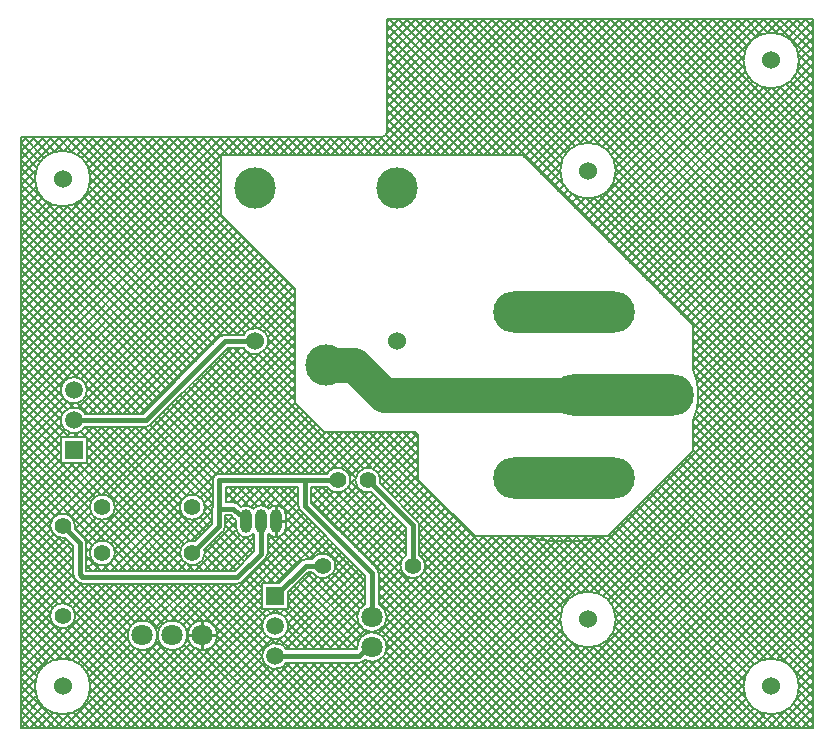
<source format=gbr>
%TF.GenerationSoftware,Altium Limited,Altium Designer,21.8.1 (53)*%
G04 Layer_Physical_Order=2*
G04 Layer_Color=16711680*
%FSLAX43Y43*%
%MOMM*%
%TF.SameCoordinates,5F523219-7FD1-4E24-926C-018E4D8E6641*%
%TF.FilePolarity,Positive*%
%TF.FileFunction,Copper,L2,Bot,Signal*%
%TF.Part,Single*%
G01*
G75*
%TA.AperFunction,NonConductor*%
%ADD10C,0.203*%
%TA.AperFunction,Conductor*%
%ADD11C,3.000*%
%ADD12C,0.400*%
%TA.AperFunction,ComponentPad*%
%ADD13O,1.000X2.000*%
%ADD14O,1.000X2.000*%
%ADD15C,3.500*%
%ADD16C,1.524*%
%ADD17O,12.000X3.500*%
%ADD18C,1.400*%
%ADD19C,1.416*%
%ADD20R,1.500X1.500*%
%ADD21C,1.500*%
%TA.AperFunction,ViaPad*%
%ADD22C,1.524*%
%TA.AperFunction,ComponentPad*%
%ADD23C,1.800*%
%TA.AperFunction,NonConductor*%
%ADD24C,0.254*%
D10*
X66356Y57000D02*
G03*
X66356Y57000I-2356J0D01*
G01*
D02*
G03*
X66356Y57000I-2356J0D01*
G01*
X57350Y26437D02*
G03*
X57838Y28670I-4868J2233D01*
G01*
D02*
G03*
X57350Y30903I-5356J0D01*
G01*
X50838Y47670D02*
G03*
X50838Y47670I-2356J0D01*
G01*
D02*
G03*
X50838Y47670I-2356J0D01*
G01*
X31000Y50517D02*
G03*
X31483Y51000I0J483D01*
G01*
X31000Y50517D02*
G03*
X31483Y51000I0J483D01*
G01*
X34211Y17653D02*
G03*
X34048Y18046I-556J0D01*
G01*
X34211Y17653D02*
G03*
X34048Y18046I-556J0D01*
G01*
X30909Y21463D02*
G03*
X30093Y20429I-1064J0D01*
G01*
X30879Y21215D02*
G03*
X30909Y21463I-1034J248D01*
G01*
X26398Y20907D02*
G03*
X28369Y21463I907J556D01*
G01*
D02*
G03*
X26398Y22019I-1064J0D01*
G01*
X23955Y19304D02*
G03*
X24118Y18911I556J0D01*
G01*
X23955Y19304D02*
G03*
X24118Y18911I556J0D01*
G01*
X47482Y16314D02*
G03*
X49477Y16700I0J5356D01*
G01*
X66356Y4000D02*
G03*
X66356Y4000I-2356J0D01*
G01*
D02*
G03*
X66356Y4000I-2356J0D01*
G01*
X50838Y9670D02*
G03*
X50838Y9670I-2356J0D01*
G01*
D02*
G03*
X50838Y9670I-2356J0D01*
G01*
X43487Y16700D02*
G03*
X45482Y16314I1995J4970D01*
G01*
X34711Y14224D02*
G03*
X34211Y15122I-1056J0D01*
G01*
X33099D02*
G03*
X34711Y14224I556J-898D01*
G01*
X30750Y13621D02*
G03*
X30587Y14014I-556J0D01*
G01*
X30750Y13621D02*
G03*
X30587Y14014I-556J0D01*
G01*
X24567Y14780D02*
G03*
X24174Y14617I0J-556D01*
G01*
X24567Y14780D02*
G03*
X24174Y14617I0J-556D01*
G01*
X27091Y14224D02*
G03*
X25137Y14780I-1056J0D01*
G01*
Y13668D02*
G03*
X27091Y14224I898J556D01*
G01*
X31450Y7334D02*
G03*
X28948Y7178I-1256J0D01*
G01*
X31450Y9874D02*
G03*
X30750Y11000I-1256J0D01*
G01*
X29580Y6239D02*
G03*
X31450Y7334I614J1095D01*
G01*
X29638Y11000D02*
G03*
X31450Y9874I556J-1126D01*
G01*
X29133Y6021D02*
G03*
X29526Y6184I0J556D01*
G01*
X29133Y6021D02*
G03*
X29526Y6184I0J556D01*
G01*
X21407Y33242D02*
G03*
X19319Y33798I-1118J0D01*
G01*
X17748D02*
G03*
X17355Y33635I0J-556D01*
G01*
X17748Y33798D02*
G03*
X17355Y33635I0J-556D01*
G01*
X19319Y32686D02*
G03*
X21407Y33242I970J556D01*
G01*
X18855Y19443D02*
G03*
X18462Y19606I-393J-393D01*
G01*
X18855Y19443D02*
G03*
X18462Y19606I-393J-393D01*
G01*
X21431Y19059D02*
G03*
X20161Y19059I-635J-573D01*
G01*
X22922Y18486D02*
G03*
X21431Y19059I-856J0D01*
G01*
X20161D02*
G03*
X19081Y19217I-635J-573D01*
G01*
X18518Y18208D02*
G03*
X18670Y18100I393J393D01*
G01*
X18518Y18208D02*
G03*
X18670Y18100I393J393D01*
G01*
X6356Y47000D02*
G03*
X6356Y47000I-2356J0D01*
G01*
D02*
G03*
X6356Y47000I-2356J0D01*
G01*
X6059Y29083D02*
G03*
X6059Y29083I-1106J0D01*
G01*
X11049Y25987D02*
G03*
X11442Y26150I0J556D01*
G01*
X11049Y25987D02*
G03*
X11442Y26150I0J556D01*
G01*
X17250Y22019D02*
G03*
X16694Y21463I0J-556D01*
G01*
X17250Y22019D02*
G03*
X16694Y21463I0J-556D01*
G01*
Y19216D02*
G03*
X16669Y19050I530J-166D01*
G01*
X16694Y19216D02*
G03*
X16669Y19050I530J-166D01*
G01*
X16694Y19216D02*
G03*
X16669Y19050I530J-166D01*
G01*
X8422Y19177D02*
G03*
X8422Y19177I-1056J0D01*
G01*
X16042D02*
G03*
X16042Y19177I-1056J0D01*
G01*
X5909Y27099D02*
G03*
X5909Y25987I-956J-556D01*
G01*
X21431Y16913D02*
G03*
X22922Y17486I635J573D01*
G01*
X21352Y16835D02*
G03*
X21431Y16913I-556J651D01*
G01*
X21189Y14853D02*
G03*
X21352Y15246I-393J393D01*
G01*
X21189Y14853D02*
G03*
X21352Y15246I-393J393D01*
G01*
X18670Y17486D02*
G03*
X20161Y16913I856J0D01*
G01*
X17617Y17157D02*
G03*
X17780Y17550I-393J393D01*
G01*
X17617Y17157D02*
G03*
X17780Y17550I-393J393D01*
G01*
X20161Y16913D02*
G03*
X20240Y16835I635J573D01*
G01*
X18800Y12694D02*
G03*
X19193Y12857I0J556D01*
G01*
X18800Y12694D02*
G03*
X19193Y12857I0J556D01*
G01*
X16042Y15311D02*
G03*
X16014Y15553I-1056J0D01*
G01*
X15228Y16339D02*
G03*
X16042Y15311I-242J-1028D01*
G01*
X23106Y9117D02*
G03*
X23106Y9117I-1106J0D01*
G01*
X22956Y7133D02*
G03*
X22956Y6021I-956J-556D01*
G01*
X17099Y8334D02*
G03*
X17099Y8334I-1256J0D01*
G01*
X8422Y15311D02*
G03*
X8422Y15311I-1056J0D01*
G01*
X6006Y16160D02*
G03*
X5843Y16553I-556J0D01*
G01*
X6006Y16160D02*
G03*
X5843Y16553I-556J0D01*
G01*
X5291Y12857D02*
G03*
X5684Y12694I393J393D01*
G01*
X5291Y12857D02*
G03*
X5684Y12694I393J393D01*
G01*
X5028Y17368D02*
G03*
X5056Y17610I-1028J242D01*
G01*
D02*
G03*
X4242Y16582I-1056J0D01*
G01*
X4894Y13484D02*
G03*
X5057Y13091I556J0D01*
G01*
X4894Y13484D02*
G03*
X5057Y13091I556J0D01*
G01*
X14559Y8334D02*
G03*
X14559Y8334I-1256J0D01*
G01*
X12019D02*
G03*
X12019Y8334I-1256J0D01*
G01*
X5056Y9990D02*
G03*
X5056Y9990I-1056J0D01*
G01*
X6356Y4000D02*
G03*
X6356Y4000I-2356J0D01*
G01*
D02*
G03*
X6356Y4000I-2356J0D01*
G01*
X66133Y60517D02*
X67517Y59133D01*
X66851Y60517D02*
X67517Y59851D01*
X65377Y58911D02*
X66983Y60517D01*
X64357Y59328D02*
X65546Y60517D01*
X64917Y59170D02*
X66265Y60517D01*
X66055Y58152D02*
X67517Y59615D01*
X65755Y58571D02*
X67517Y60333D01*
X66266Y57645D02*
X67517Y58896D01*
X65414Y60517D02*
X67517Y58414D01*
X64696Y60517D02*
X67517Y57696D01*
X61104Y60517D02*
X62674Y58947D01*
X60385Y60517D02*
X62286Y58616D01*
X59667Y60517D02*
X61977Y58207D01*
X58948Y60517D02*
X61754Y57711D01*
X58230Y60517D02*
X61647Y57101D01*
X63638Y59328D02*
X64828Y60517D01*
X63259D02*
X64467Y59309D01*
X62540Y60517D02*
X63719Y59339D01*
X61822Y60517D02*
X63145Y59195D01*
X56075Y60517D02*
X67517Y49075D01*
X56793Y60517D02*
X67517Y49793D01*
X55356Y60517D02*
X67517Y48356D01*
X54638Y60517D02*
X67517Y47638D01*
X53919Y60517D02*
X67517Y46919D01*
X53201Y60517D02*
X67517Y46201D01*
X66190Y56132D02*
X67517Y57459D01*
X52483Y60517D02*
X67517Y45483D01*
X51764Y60517D02*
X67517Y44764D01*
X51046Y60517D02*
X67517Y44046D01*
X63977Y60517D02*
X67517Y56977D01*
X57511Y60517D02*
X61761Y56268D01*
X50821Y47948D02*
X63391Y60517D01*
X50678Y48523D02*
X62673Y60517D01*
X50790Y47198D02*
X64110Y60517D01*
X66356Y57016D02*
X67517Y58178D01*
X66309Y57467D02*
X67517Y56259D01*
X49196Y49915D02*
X59799Y60517D01*
X48586Y50023D02*
X59081Y60517D01*
X47756Y49911D02*
X58362Y60517D01*
X43461Y48489D02*
X55488Y60517D01*
X43820Y48130D02*
X56207Y60517D01*
X50100Y49382D02*
X61236Y60517D01*
X49691Y49691D02*
X60517Y60517D01*
X50431Y48994D02*
X61954Y60517D01*
X31483D02*
X67517D01*
X49691Y49691D02*
X60517Y60517D01*
X39661Y49000D02*
X51178Y60517D01*
X38942Y49000D02*
X50459Y60517D01*
X40379Y49000D02*
X51896Y60517D01*
X38833D02*
X49614Y49736D01*
X38224Y49000D02*
X49741Y60517D01*
X42534Y49000D02*
X54052Y60517D01*
X43101Y48849D02*
X54770Y60517D01*
X41097Y49000D02*
X52615Y60517D01*
X41816Y49000D02*
X53333Y60517D01*
X44580D02*
X67517Y37580D01*
X45298Y60517D02*
X67517Y38298D01*
X43861Y60517D02*
X67517Y36861D01*
X43143Y60517D02*
X67517Y36143D01*
X42425Y60517D02*
X67517Y35425D01*
X40988Y60517D02*
X67517Y33988D01*
X41706Y60517D02*
X67517Y34706D01*
X40269Y60517D02*
X67517Y33269D01*
X39551Y60517D02*
X67517Y32551D01*
X31648Y60517D02*
X67517Y24648D01*
X49609Y60517D02*
X67517Y42609D01*
X50327Y60517D02*
X67517Y43327D01*
X48890Y60517D02*
X67517Y41890D01*
X44179Y47771D02*
X56925Y60517D01*
X44538Y47412D02*
X57644Y60517D01*
X48172D02*
X67517Y41172D01*
X47454Y60517D02*
X67517Y40454D01*
X46735Y60517D02*
X67517Y39735D01*
X46017Y60517D02*
X67517Y39017D01*
X57350Y32924D02*
X67517Y43091D01*
X57350Y33642D02*
X67517Y43810D01*
X57350Y32205D02*
X67517Y42373D01*
X57111Y34839D02*
X67517Y45246D01*
X57350Y34361D02*
X67517Y44528D01*
X57734Y29716D02*
X67517Y39499D01*
X57588Y30288D02*
X67517Y40217D01*
X57822Y29085D02*
X67517Y38781D01*
X57350Y31487D02*
X67517Y41654D01*
X57391Y30810D02*
X67517Y40936D01*
X66195Y56145D02*
X67517Y54822D01*
X66339Y56719D02*
X67517Y55540D01*
X65947Y55674D02*
X67517Y54104D01*
X65616Y55286D02*
X67517Y53385D01*
X65207Y54977D02*
X67517Y52667D01*
X64711Y54754D02*
X67517Y51948D01*
X64101Y54647D02*
X67517Y51230D01*
X63268Y54761D02*
X67517Y50511D01*
X57350Y30903D02*
Y34600D01*
Y31942D02*
X67517Y21775D01*
X57350Y32660D02*
X67517Y22493D01*
X57350Y31224D02*
X67517Y21056D01*
X57350Y34097D02*
X67517Y23930D01*
X57350Y33379D02*
X67517Y23211D01*
X57837Y28581D02*
X67517Y18901D01*
X57795Y29341D02*
X67517Y19619D01*
X57784Y27916D02*
X67517Y18183D01*
X57597Y30259D02*
X67517Y20338D01*
X57664Y27317D02*
X67517Y17464D01*
X57718Y27544D02*
X67517Y37344D01*
X57829Y28374D02*
X67517Y38062D01*
X57367Y26475D02*
X67517Y36625D01*
X57350Y25739D02*
X67517Y35907D01*
X57350Y25021D02*
X67517Y35188D01*
X57350Y23900D02*
Y26437D01*
Y24303D02*
X67517Y34470D01*
X51722Y40228D02*
X67517Y56023D01*
X51363Y40587D02*
X67517Y56741D01*
X52082Y39868D02*
X67517Y55304D01*
X50645Y41305D02*
X63984Y54644D01*
X51004Y40946D02*
X64868Y54810D01*
X53518Y38432D02*
X67517Y52431D01*
X53159Y38791D02*
X67517Y53149D01*
X53878Y38072D02*
X67517Y51712D01*
X52441Y39509D02*
X67517Y54586D01*
X52800Y39150D02*
X67517Y53867D01*
X49208Y42742D02*
X62089Y55623D01*
X48849Y43101D02*
X61830Y56083D01*
X49567Y42383D02*
X62429Y55245D01*
X48130Y43820D02*
X61672Y57362D01*
X48489Y43461D02*
X61672Y56643D01*
X49926Y42024D02*
X62848Y54945D01*
X50286Y41664D02*
X63355Y54734D01*
X50776Y47137D02*
X67517Y30396D01*
X50834Y47797D02*
X67517Y31114D01*
X50585Y46609D02*
X67517Y29677D01*
X50548Y48802D02*
X67517Y31833D01*
X50302Y46174D02*
X67517Y28959D01*
X49496Y45544D02*
X67517Y27522D01*
X49939Y45819D02*
X67517Y28240D01*
X48958Y45363D02*
X67517Y26804D01*
X48279Y45323D02*
X67517Y26085D01*
X47172Y45713D02*
X67517Y25367D01*
X54955Y36995D02*
X67517Y49557D01*
X54596Y37354D02*
X67517Y50275D01*
X55314Y36636D02*
X67517Y48838D01*
X54237Y37713D02*
X67517Y50994D01*
X42950Y49000D02*
X57350Y34600D01*
X56392Y35558D02*
X67517Y46683D01*
X56751Y35199D02*
X67517Y45965D01*
X55674Y36276D02*
X67517Y48120D01*
X56033Y35917D02*
X67517Y47402D01*
X31758Y49000D02*
X43275Y60517D01*
X31483Y51598D02*
X40402Y60517D01*
X32476Y49000D02*
X43994Y60517D01*
X31483Y53035D02*
X38965Y60517D01*
X31483Y52317D02*
X39683Y60517D01*
X38114D02*
X48609Y50022D01*
X37396Y60517D02*
X47949Y49964D01*
X36677Y60517D02*
X47421Y49773D01*
X35959Y60517D02*
X46986Y49490D01*
X35240Y60517D02*
X46631Y49127D01*
X31483Y54472D02*
X37528Y60517D01*
X31483Y58064D02*
X33936Y60517D01*
X31483Y53754D02*
X38246Y60517D01*
X31483Y60219D02*
X31781Y60517D01*
X31483Y51000D02*
Y60517D01*
Y52780D02*
X35263Y49000D01*
X31483Y52062D02*
X34545Y49000D01*
X31483Y54217D02*
X36700Y49000D01*
X31483Y53499D02*
X35981Y49000D01*
X35350D02*
X46867Y60517D01*
X34632Y49000D02*
X46149Y60517D01*
X34522D02*
X46356Y48684D01*
X33804Y60517D02*
X46175Y48146D01*
X32367Y60517D02*
X46525Y46360D01*
X37505Y49000D02*
X49023Y60517D01*
X44897Y47053D02*
X46241Y48396D01*
X45616Y46334D02*
X46237Y46956D01*
X36068Y49000D02*
X47586Y60517D01*
X36787Y49000D02*
X48304Y60517D01*
X33913Y49000D02*
X45431Y60517D01*
X33195Y49000D02*
X44712Y60517D01*
X33085D02*
X46135Y47467D01*
X31483Y57091D02*
X39574Y49000D01*
X31483Y56373D02*
X38855Y49000D01*
X31483Y51344D02*
X33826Y49000D01*
X45257Y46693D02*
X46129Y47566D01*
X31483Y55654D02*
X38137Y49000D01*
X31483Y54936D02*
X37418Y49000D01*
X31483Y56627D02*
X35373Y60517D01*
X31483Y57346D02*
X34654Y60517D01*
X31483Y55909D02*
X36091Y60517D01*
X31483Y59501D02*
X32499Y60517D01*
X31483Y58783D02*
X33217Y60517D01*
X31462Y50859D02*
X41120Y60517D01*
X31483Y55190D02*
X36810Y60517D01*
X29435Y50517D02*
X30953Y49000D01*
X27280Y50517D02*
X28797Y49000D01*
X26729D02*
X28246Y50517D01*
X27447Y49000D02*
X28965Y50517D01*
X26011Y49000D02*
X27528Y50517D01*
X26561D02*
X28079Y49000D01*
X28717Y50517D02*
X30234Y49000D01*
X28884D02*
X30402Y50517D01*
X27998D02*
X29516Y49000D01*
X28166D02*
X29683Y50517D01*
X31483Y59965D02*
X42447Y49000D01*
X31483Y59246D02*
X41729Y49000D01*
X31483Y58528D02*
X41010Y49000D01*
X30321D02*
X41838Y60517D01*
X31039Y49000D02*
X42557Y60517D01*
X31391Y50717D02*
X33108Y49000D01*
X30872Y50517D02*
X32389Y49000D01*
X31483Y57809D02*
X40292Y49000D01*
X29603D02*
X31141Y50538D01*
X30154Y50517D02*
X31671Y49000D01*
X23855D02*
X25373Y50517D01*
X23688D02*
X25205Y49000D01*
X24406Y50517D02*
X25924Y49000D01*
X22969Y50517D02*
X24487Y49000D01*
X23137D02*
X24654Y50517D01*
X25292Y49000D02*
X26809Y50517D01*
X25843D02*
X27360Y49000D01*
X24574D02*
X26091Y50517D01*
X25125D02*
X26642Y49000D01*
X46693Y45257D02*
X47158Y45721D01*
X46334Y45616D02*
X46770Y46052D01*
X47053Y44897D02*
X47629Y45474D01*
X45975Y45975D02*
X46461Y46461D01*
X45975Y45975D02*
X46461Y46461D01*
X47771Y44179D02*
X48954Y45362D01*
X47412Y44538D02*
X48204Y45331D01*
X34100Y21500D02*
Y25300D01*
X30695Y25550D02*
X34100Y22145D01*
X30904Y21564D02*
X34100Y24761D01*
X32850Y25550D02*
X34100Y24300D01*
X33568Y25550D02*
X34100Y25018D01*
X30318Y22416D02*
X33453Y25550D01*
X29701Y22517D02*
X32734Y25550D01*
X28301Y21835D02*
X32016Y25550D01*
X33900Y25500D02*
X34100Y25300D01*
X32132Y25550D02*
X34100Y23582D01*
X31413Y25550D02*
X34100Y22863D01*
X30707Y22086D02*
X34011Y25389D01*
X33231Y18863D02*
X34984Y20616D01*
X32872Y19222D02*
X34625Y20975D01*
X33590Y18503D02*
X35343Y20257D01*
X32153Y19940D02*
X34100Y21887D01*
X32513Y19581D02*
X34266Y21334D01*
X34210Y17686D02*
X36062Y19538D01*
X34211Y16968D02*
X36421Y19179D01*
X33950Y18144D02*
X35703Y19897D01*
X31435Y20659D02*
X34100Y23324D01*
X31076Y21018D02*
X34100Y24042D01*
X31794Y20299D02*
X34100Y22605D01*
X28316Y21131D02*
X28791Y21607D01*
X30879Y21215D02*
X34048Y18046D01*
X30093Y20429D02*
X33099Y17423D01*
X30073Y20424D02*
X33099Y17398D01*
X27103Y25550D02*
X30180Y22472D01*
X26384Y25550D02*
X29474Y22460D01*
X26329Y22019D02*
X29861Y25550D01*
X24892Y22019D02*
X28424Y25550D01*
X25611Y22019D02*
X29142Y25550D01*
X28008Y22261D02*
X31297Y25550D01*
X27531Y22502D02*
X30579Y25550D01*
X26150D02*
X33900D01*
X23700Y28000D02*
X26150Y25550D01*
X23700Y28000D02*
Y37650D01*
X24174Y22019D02*
X27705Y25550D01*
X22737Y22019D02*
X26268Y25550D01*
X23455Y22019D02*
X26987Y25550D01*
X25067Y20907D02*
X26398D01*
X25067Y20756D02*
X25218Y20907D01*
X24511Y22019D02*
X26398D01*
X23843Y20907D02*
X23955Y20795D01*
X26252Y18349D02*
X28892Y20990D01*
X25174Y19427D02*
X26507Y20760D01*
X26611Y17990D02*
X29222Y20601D01*
X25067Y20038D02*
X25936Y20907D01*
X25067Y19534D02*
Y20907D01*
X26970Y17631D02*
X29744Y20404D01*
X27329Y17271D02*
X30290Y20232D01*
X25533Y19067D02*
X26933Y20467D01*
X25892Y18708D02*
X27637Y20452D01*
X23955Y19304D02*
Y20907D01*
X23124D02*
X23955Y20076D01*
X22677Y19085D02*
X23955Y20363D01*
X22914Y18603D02*
X23955Y19645D01*
X22922Y17486D02*
Y18486D01*
Y17893D02*
X24039Y19010D01*
X22809Y17061D02*
X24388Y18641D01*
X50699Y10467D02*
X67517Y27286D01*
X50461Y10948D02*
X67517Y28004D01*
X50828Y9878D02*
X67517Y26567D01*
X49739Y11662D02*
X67517Y29441D01*
X50139Y11344D02*
X67517Y28723D01*
X55983Y22533D02*
X67517Y10998D01*
X56342Y22892D02*
X67517Y11717D01*
X55624Y22174D02*
X67517Y10280D01*
X55264Y21814D02*
X67517Y9561D01*
X50767Y9099D02*
X67517Y25849D01*
X57350Y24758D02*
X67517Y14590D01*
X57490Y26773D02*
X67517Y16746D01*
X57350Y24039D02*
X67517Y13872D01*
X57350Y26195D02*
X67517Y16027D01*
X57350Y25476D02*
X67517Y15309D01*
X57060Y23610D02*
X67517Y13154D01*
X56701Y23251D02*
X67517Y12435D01*
X49477Y16700D02*
X50150D01*
X57350Y23900D01*
X53828Y20378D02*
X67517Y6688D01*
X54187Y20737D02*
X67517Y7406D01*
Y483D02*
Y60517D01*
X53468Y20018D02*
X67517Y5969D01*
X53109Y19659D02*
X67517Y5251D01*
X52391Y18941D02*
X67517Y3814D01*
X52750Y19300D02*
X67517Y4533D01*
X50772Y483D02*
X67517Y17228D01*
X49335Y483D02*
X67517Y18665D01*
X50054Y483D02*
X67517Y17946D01*
X54546Y21096D02*
X67517Y8125D01*
X54905Y21455D02*
X67517Y8843D01*
X52032Y18582D02*
X64273Y6340D01*
X51672Y18222D02*
X63577Y6317D01*
X51313Y17863D02*
X63030Y6146D01*
X50954Y17504D02*
X62579Y5879D01*
X50595Y17145D02*
X62209Y5530D01*
X50236Y16786D02*
X61918Y5103D01*
X49603Y16700D02*
X61718Y4585D01*
X48658Y12019D02*
X67517Y30878D01*
X48811Y16482D02*
X49029Y16700D01*
X49254Y11896D02*
X67517Y30160D01*
X48166Y16700D02*
X48461Y16405D01*
X47864Y11943D02*
X67517Y31596D01*
X48884Y16700D02*
X49039Y16546D01*
X61645Y3939D01*
X43487Y16700D02*
X49477D01*
X44044Y16511D02*
X48530Y12025D01*
X46729Y16700D02*
X47115Y16314D01*
X46488D02*
X46874Y16700D01*
X42418D02*
X47371Y11747D01*
X41700Y16700D02*
X46945Y11455D01*
X40982Y16700D02*
X46598Y11084D01*
X47945Y16334D02*
X48311Y16700D01*
X47447D02*
X47822Y16325D01*
X47207Y16314D02*
X47592Y16700D01*
X43137D02*
X47887Y11949D01*
X42869Y483D02*
X67517Y25131D01*
X35685Y483D02*
X67517Y32315D01*
X43588Y483D02*
X67517Y24412D01*
X34248Y483D02*
X67517Y33752D01*
X34967Y483D02*
X67517Y33033D01*
X47898Y483D02*
X67517Y20102D01*
X47180Y483D02*
X67517Y20820D01*
X48617Y483D02*
X67517Y19383D01*
X44306Y483D02*
X67517Y23694D01*
X46462Y483D02*
X67517Y21538D01*
X45025Y483D02*
X67517Y22975D01*
X29258Y25550D02*
X54325Y483D01*
X45743D02*
X67517Y22257D01*
X27821Y25550D02*
X52888Y483D01*
X28539Y25550D02*
X53607Y483D01*
X34205Y17729D02*
X51452Y483D01*
X34211Y17005D02*
X50733Y483D01*
X30854Y21798D02*
X52170Y483D01*
X33530D02*
X49747Y16700D01*
X66299Y4515D02*
X67517Y5733D01*
X66111Y5045D02*
X67517Y6452D01*
X66351Y3848D02*
X67517Y5015D01*
X65830Y5483D02*
X67517Y7170D01*
X66036Y2814D02*
X67517Y4296D01*
X66317Y3577D02*
X67517Y2377D01*
X66340Y4273D02*
X67517Y3096D01*
X66146Y3030D02*
X67517Y1659D01*
X65879Y2579D02*
X67517Y940D01*
X64422Y483D02*
X67517Y3578D01*
X65029Y6119D02*
X67517Y8607D01*
X64495Y6303D02*
X67517Y9325D01*
X65470Y5841D02*
X67517Y7888D01*
X63823Y6349D02*
X67517Y10044D01*
X62755Y6000D02*
X67517Y10762D01*
X63704Y483D02*
X65186Y1964D01*
X63939Y1645D02*
X65102Y483D01*
X65141D02*
X67517Y2859D01*
X65530Y2209D02*
X67257Y483D01*
X65859D02*
X67517Y2141D01*
X55801Y483D02*
X67517Y12199D01*
X56519Y483D02*
X67517Y11481D01*
X66577Y483D02*
X67517Y1423D01*
X65103Y1918D02*
X66538Y483D01*
X67296D02*
X67517Y704D01*
X62997Y1868D02*
X64383Y483D01*
X64585Y1718D02*
X65820Y483D01*
X59393D02*
X61881Y2971D01*
X58675Y483D02*
X61697Y3505D01*
X60112Y483D02*
X62159Y2530D01*
X57238Y483D02*
X62000Y5245D01*
X57956Y483D02*
X61651Y4177D01*
X62267Y483D02*
X63486Y1701D01*
X62985Y483D02*
X64152Y1649D01*
X60830Y483D02*
X62517Y2170D01*
X61548Y483D02*
X62955Y1889D01*
X48461Y16405D02*
X61868Y2997D01*
X44931Y16343D02*
X49461Y11812D01*
X45678Y16314D02*
X61509Y483D01*
X32812D02*
X48811Y16482D01*
X34211Y16287D02*
X50015Y483D01*
X42151D02*
X49053Y7385D01*
X34211Y15568D02*
X49296Y483D01*
X34702Y14358D02*
X48578Y483D01*
X34596Y13746D02*
X47859Y483D01*
X45482Y16314D02*
X47482D01*
X38559Y483D02*
X46490Y8413D01*
X31375Y483D02*
X47207Y16314D01*
X34263Y13361D02*
X47141Y483D01*
X40714D02*
X47685Y7453D01*
X41433Y483D02*
X48274Y7324D01*
X39277Y483D02*
X46808Y8013D01*
X39996Y483D02*
X47204Y7691D01*
X51491Y483D02*
X67517Y16509D01*
X47822Y16325D02*
X63665Y483D01*
X52209D02*
X67517Y15791D01*
X46396Y16314D02*
X62228Y483D01*
X47115Y16314D02*
X62946Y483D01*
X54364D02*
X67517Y13636D01*
X53646Y483D02*
X67517Y14354D01*
X55083Y483D02*
X67517Y12917D01*
X50624Y10649D02*
X60791Y483D01*
X52927D02*
X67517Y15073D01*
X50761Y9075D02*
X59354Y483D01*
X50559Y8559D02*
X58636Y483D01*
X50837Y9718D02*
X60073Y483D01*
X32093D02*
X47945Y16334D01*
X50267Y8133D02*
X57917Y483D01*
X49444Y7520D02*
X56481Y483D01*
X49896Y7786D02*
X57199Y483D01*
X48194Y7332D02*
X55044Y483D01*
X48894Y7351D02*
X55762Y483D01*
X44436Y16418D02*
X44718Y16700D01*
X43864Y16565D02*
X44000Y16700D01*
X44574D02*
X44931Y16343D01*
X38900Y16700D02*
X43487D01*
X43855D02*
X44044Y16511D01*
X45770Y16314D02*
X46155Y16700D01*
X45292D02*
X45678Y16314D01*
X46011Y16700D02*
X46396Y16314D01*
X45067Y16330D02*
X45437Y16700D01*
X34211Y15532D02*
X37139Y18461D01*
X34211Y16250D02*
X36780Y18820D01*
X34384Y14987D02*
X37499Y18101D01*
X34100Y21500D02*
X38900Y16700D01*
X29485Y15116D02*
X32445Y18077D01*
X34211Y15122D02*
Y17653D01*
X34661Y14545D02*
X37858Y17742D01*
X33099Y15122D02*
Y17423D01*
X29844Y14757D02*
X32805Y17718D01*
X31144Y8155D02*
X39689Y16700D01*
X31449Y9897D02*
X38576Y17024D01*
X31398Y7690D02*
X40408Y16700D01*
X29976Y25550D02*
X46144Y9382D01*
X30737Y8466D02*
X38971Y16700D01*
X40263D02*
X46332Y10632D01*
X39545Y16700D02*
X46163Y10082D01*
X31395Y6969D02*
X41126Y16700D01*
X29938Y483D02*
X45770Y16314D01*
X30656Y483D02*
X46488Y16314D01*
X34611Y13777D02*
X38217Y17383D01*
X30750Y13507D02*
X33099Y15857D01*
X30203Y14398D02*
X33099Y17294D01*
X30562Y14039D02*
X33099Y16576D01*
X30750Y12789D02*
X32791Y14830D01*
X28189Y20872D02*
X33099Y15961D01*
X28367Y21412D02*
X33099Y16680D01*
X27813Y20529D02*
X33099Y15243D01*
X27689Y16912D02*
X30649Y19873D01*
X27221Y20403D02*
X32792Y14832D01*
X28766Y15835D02*
X31727Y18795D01*
X28407Y16194D02*
X31368Y19155D01*
X29125Y15475D02*
X32086Y18436D01*
X28048Y16553D02*
X31008Y19514D01*
X26955Y14742D02*
X27621Y15408D01*
X26056Y15279D02*
X26903Y16126D01*
X22922Y17518D02*
X25384Y15055D01*
X24837Y14780D02*
X26544Y16486D01*
X22922Y18236D02*
X25888Y15269D01*
X22750Y16971D02*
X24941Y14780D01*
X26606Y15112D02*
X27262Y15767D01*
X24567Y14780D02*
X25137D01*
X25279Y20907D02*
X45704Y483D01*
X25998Y20907D02*
X32602Y14303D01*
X25627Y483D02*
X41845Y16700D01*
X25067Y20402D02*
X44986Y483D01*
X25067Y19683D02*
X44267Y483D01*
X28501D02*
X44436Y16418D01*
X27783Y483D02*
X43864Y16565D01*
X29219Y483D02*
X45067Y16330D01*
X26346Y483D02*
X42563Y16700D01*
X27064Y483D02*
X43282Y16700D01*
X27088Y14157D02*
X27980Y15049D01*
X25067Y19534D02*
X30587Y14014D01*
X24118Y18911D02*
X29638Y13391D01*
X23065Y9415D02*
X28340Y14690D01*
X27080Y14077D02*
X29638Y11519D01*
X22987Y8618D02*
X28699Y14330D01*
X22595Y7509D02*
X29058Y13971D01*
X30974Y10858D02*
X33334Y13218D01*
X30750Y11352D02*
X32892Y13495D01*
X31301Y10467D02*
X34102Y13268D01*
X30750Y12071D02*
X32634Y13955D01*
X30750Y11000D02*
Y13621D01*
X27234Y6021D02*
X32773Y483D01*
X30372Y8631D02*
X30437Y8566D01*
X29638Y11000D02*
Y13391D01*
X27967Y7133D02*
X29601Y8767D01*
X26866Y13573D02*
X29512Y10928D01*
X27248Y7133D02*
X29210Y9094D01*
X29526Y6184D02*
X29580Y6239D01*
X28685Y7133D02*
X28940Y7387D01*
X30750Y11845D02*
X42112Y483D01*
X30750Y11127D02*
X41394Y483D01*
X33734Y13171D02*
X46423Y483D01*
X30750Y13282D02*
X43549Y483D01*
X30750Y12564D02*
X42831Y483D01*
X36404D02*
X46209Y10288D01*
X37122Y483D02*
X46133Y9494D01*
X37840Y483D02*
X46256Y8898D01*
X31248Y9192D02*
X39957Y483D01*
X31440Y9718D02*
X40675Y483D01*
X31375Y6909D02*
X37802Y483D01*
X31101Y6465D02*
X37083Y483D01*
X31426Y7577D02*
X38520Y483D01*
X30674Y6174D02*
X36365Y483D01*
X30891Y8830D02*
X39238Y483D01*
X29346Y6064D02*
X34928Y483D01*
X30041Y6088D02*
X35646Y483D01*
X27952Y6021D02*
X33491Y483D01*
X28671Y6021D02*
X34209Y483D01*
X26462Y13259D02*
X29150Y10571D01*
X25810Y13193D02*
X28951Y10052D01*
X24706Y13578D02*
X29769Y8515D01*
X24347Y13219D02*
X29325Y8241D01*
X22949Y7144D02*
X29417Y13612D01*
X23988Y12859D02*
X29034Y7814D01*
X23629Y12500D02*
X28948Y7181D01*
X23270Y12141D02*
X28278Y7133D01*
X23106Y11586D02*
X27559Y7133D01*
X23106Y10868D02*
X26841Y7133D01*
X23106Y11611D02*
X25147Y13653D01*
X24797Y13668D02*
X25137D01*
X23106Y10892D02*
X25517Y13304D01*
X23106Y11977D02*
X24797Y13668D01*
X22806Y9874D02*
X26102Y13171D01*
X23106Y10551D02*
Y11977D01*
X23049Y8769D02*
X24686Y7133D01*
X22704Y10551D02*
X26123Y7133D01*
X23037Y9499D02*
X25404Y7133D01*
X25093D02*
X29638Y11678D01*
X24375Y7133D02*
X29638Y12396D01*
X24909Y483D02*
X30559Y6133D01*
X23656Y7133D02*
X29638Y13115D01*
X24191Y483D02*
X29838Y6130D01*
X25797Y6021D02*
X31336Y483D01*
X26515Y6021D02*
X32054Y483D01*
X24360Y6021D02*
X29899Y483D01*
X25079Y6021D02*
X30617Y483D01*
X25812Y7133D02*
X29034Y10355D01*
X22956Y7133D02*
X28903D01*
X26530D02*
X28974Y9577D01*
X22773Y8327D02*
X23967Y7133D01*
X22754Y483D02*
X28292Y6021D01*
X23472Y483D02*
X29011Y6021D01*
X23642D02*
X29181Y483D01*
X22956Y6021D02*
X29133D01*
X22944Y6001D02*
X28462Y483D01*
X20814Y50517D02*
X22331Y49000D01*
X20263D02*
X21781Y50517D01*
X20982Y49000D02*
X22499Y50517D01*
X19545Y49000D02*
X21062Y50517D01*
X20096D02*
X21613Y49000D01*
X22251Y50517D02*
X23768Y49000D01*
X21700D02*
X23217Y50517D01*
X22418Y49000D02*
X23936Y50517D01*
X17450Y49000D02*
X42950D01*
X21533Y50517D02*
X23050Y49000D01*
X17222Y50517D02*
X18739Y49000D01*
X16504Y50517D02*
X18021Y49000D01*
X17940Y50517D02*
X19458Y49000D01*
X15785Y50517D02*
X17450Y48853D01*
X15067Y50517D02*
X17450Y48134D01*
X18826Y49000D02*
X20344Y50517D01*
X19377D02*
X20895Y49000D01*
X18108D02*
X19625Y50517D01*
X18659D02*
X20176Y49000D01*
X19933Y34301D02*
X23491Y37859D01*
X17992Y33798D02*
X22772Y38578D01*
X18711Y33798D02*
X23132Y38218D01*
X17450Y43900D02*
X23700Y37650D01*
X10756Y50517D02*
X23700Y37574D01*
X21323Y32818D02*
X23700Y35195D01*
X21357Y33570D02*
X23700Y35913D01*
X21393Y33415D02*
X23700Y31108D01*
X20650Y34300D02*
X23700Y37350D01*
X21090Y34021D02*
X23700Y36632D01*
X12912Y50517D02*
X17450Y45979D01*
X14348Y50517D02*
X17450Y47416D01*
Y43900D02*
Y49000D01*
X11475Y50517D02*
X17450Y44542D01*
X10575Y27099D02*
X22413Y38937D01*
X17748Y33798D02*
X19319D01*
X9319Y50517D02*
X23700Y36137D01*
X10038Y50517D02*
X23700Y36855D01*
X8601Y50517D02*
X23700Y35418D01*
X7883Y50517D02*
X23700Y34700D01*
X4290Y50517D02*
X20462Y34346D01*
X6446Y50517D02*
X23700Y33263D01*
X7164Y50517D02*
X23700Y33982D01*
X5727Y50517D02*
X23700Y32545D01*
X483Y50517D02*
X31000D01*
X5009D02*
X23700Y31826D01*
X6168Y47922D02*
X19829Y34261D01*
X483Y32093D02*
X18907Y50517D01*
X483Y31375D02*
X17450Y48342D01*
X483Y33530D02*
X17470Y50517D01*
X483Y32812D02*
X18188Y50517D01*
X6356Y47015D02*
X19423Y33948D01*
X6273Y46380D02*
X18855Y33798D01*
X6066Y45868D02*
X18137Y33798D01*
X5770Y45446D02*
X17485Y33731D01*
X6264Y27099D02*
X20258Y41092D01*
X6058Y29048D02*
X19180Y42170D01*
X6983Y27099D02*
X20617Y40733D01*
X5316Y27587D02*
X19539Y41811D01*
X5753Y27306D02*
X19899Y41451D01*
X9856Y27099D02*
X22054Y39296D01*
X9138Y27099D02*
X21695Y39655D01*
X8421Y19198D02*
X23700Y34476D01*
X7701Y27099D02*
X20976Y40374D01*
X8420Y27099D02*
X21336Y40014D01*
X483Y28501D02*
X17450Y45468D01*
X483Y29219D02*
X17450Y46187D01*
X483Y27783D02*
X17450Y44750D01*
X483Y30656D02*
X17450Y47624D01*
X483Y29938D02*
X17450Y46905D01*
X5572Y29999D02*
X18462Y42888D01*
X5917Y29625D02*
X18821Y42529D01*
X5040Y30185D02*
X18103Y43247D01*
X483Y26346D02*
X17743Y43607D01*
X19145Y22019D02*
X24413Y27287D01*
X19248Y32686D02*
X23700Y28234D01*
X19863Y22019D02*
X24772Y26928D01*
X18529Y32686D02*
X29048Y22168D01*
X18426Y22019D02*
X24054Y27646D01*
X22019Y22019D02*
X25850Y25850D01*
X22019Y22019D02*
X25850Y25850D01*
X22406Y20907D02*
X23955Y19358D01*
X20582Y22019D02*
X25132Y26568D01*
X21300Y22019D02*
X25491Y26209D01*
X20995Y32376D02*
X23700Y29671D01*
X21308Y32782D02*
X23700Y30389D01*
X20507Y32146D02*
X23700Y28953D01*
X18169Y19606D02*
X19471Y20907D01*
X18784Y19503D02*
X20189Y20907D01*
X20778Y19341D02*
X22344Y20907D01*
X20250D02*
X21845Y19313D01*
X19948Y19230D02*
X21626Y20907D01*
X21319Y19163D02*
X23063Y20907D01*
X19315Y19315D02*
X20907Y20907D01*
X19532D02*
X21198Y19241D01*
X22204Y19330D02*
X23781Y20907D01*
X19315Y19315D02*
X20907Y20907D01*
X18855Y19443D02*
X19081Y19217D01*
X18095Y20907D02*
X19674Y19329D01*
X18814Y20907D02*
X20452Y19269D01*
X18670Y17486D02*
Y18100D01*
X18232Y18494D02*
X18518Y18208D01*
X17535Y32244D02*
X27254Y22525D01*
X17176Y31884D02*
X26714Y22347D01*
X16817Y31525D02*
X26323Y22019D01*
X16098Y30807D02*
X24887Y22019D01*
X16458Y31166D02*
X25605Y22019D01*
X17250D02*
X24511D01*
X15739Y30448D02*
X24168Y22019D01*
X17708D02*
X23700Y28011D01*
X15021Y29729D02*
X22731Y22019D01*
X15380Y30088D02*
X23450Y22019D01*
X14302Y29011D02*
X21295Y22019D01*
X17978Y32686D02*
X19319D01*
X14662Y29370D02*
X22013Y22019D01*
X11442Y26150D02*
X17978Y32686D01*
X13943Y28651D02*
X20576Y22019D01*
X13225Y27933D02*
X19139Y22019D01*
X13584Y28292D02*
X19858Y22019D01*
X12506Y27215D02*
X17702Y22019D01*
X12866Y27574D02*
X18421Y22019D01*
X17895Y32603D02*
X28806Y21691D01*
X7884Y20097D02*
X19961Y32174D01*
X8254Y19748D02*
X20713Y32208D01*
X7299Y20230D02*
X19510Y32441D01*
X4726Y18376D02*
X19036Y32686D01*
X17806Y20907D02*
X23955D01*
X17806Y19961D02*
X18752Y20907D01*
X17806Y20479D02*
X18775Y19509D01*
X15185Y20214D02*
X23700Y28729D01*
X17780Y18349D02*
X18671Y17458D01*
X17806Y20679D02*
X18034Y20907D01*
X17806Y19760D02*
X17960Y19606D01*
X17806D02*
X18462D01*
X17806D02*
Y20907D01*
X4264Y18632D02*
X18318Y32686D01*
X17780Y17780D02*
X18363Y18363D01*
X17780Y17780D02*
X18363Y18363D01*
X17780Y18494D02*
X18232D01*
X17780Y17550D02*
Y18494D01*
X5944Y48331D02*
X8131Y50517D01*
X5612Y48717D02*
X7412Y50517D01*
X6193Y47861D02*
X8849Y50517D01*
X4705Y49248D02*
X5975Y50517D01*
X5202Y49026D02*
X6694Y50517D01*
X13630D02*
X17450Y46697D01*
X6338Y47288D02*
X9567Y50517D01*
X12193D02*
X17450Y45261D01*
X6311Y46542D02*
X10286Y50517D01*
X2854D02*
X4015Y49356D01*
X2135Y50517D02*
X3380Y49273D01*
X3256Y49235D02*
X4538Y50517D01*
X1417D02*
X2868Y49066D01*
X698Y50517D02*
X2446Y48770D01*
X4093Y49354D02*
X5257Y50517D01*
X3572D02*
X4922Y49168D01*
X483Y45743D02*
X1646Y46907D01*
X483Y45025D02*
X1752Y46295D01*
X5395Y45102D02*
X17109Y33389D01*
X4939Y44840D02*
X16750Y33029D01*
X483Y44986D02*
X14594Y30874D01*
X483Y46423D02*
X15313Y31592D01*
X483Y45704D02*
X14954Y31233D01*
X4385Y44676D02*
X16390Y32670D01*
X3675Y44667D02*
X16031Y32311D01*
X10819Y27099D02*
X17355Y33635D01*
X483Y44267D02*
X14235Y30515D01*
X483Y27064D02*
X17450Y44032D01*
X483Y42869D02*
X2669Y45056D01*
X483Y42151D02*
X3139Y44807D01*
X483Y44306D02*
X1974Y45798D01*
X483Y43588D02*
X2283Y45388D01*
X483Y43549D02*
X13876Y30156D01*
X483Y41433D02*
X3712Y44662D01*
X483Y40714D02*
X4458Y44689D01*
X483Y38559D02*
X12441Y50517D01*
X483Y39277D02*
X11723Y50517D01*
X483Y37840D02*
X13160Y50517D01*
X483Y47180D02*
X3820Y50517D01*
X483Y39996D02*
X11004Y50517D01*
X483Y34967D02*
X16033Y50517D01*
X483Y35685D02*
X15315Y50517D01*
X483Y34248D02*
X16752Y50517D01*
X483Y37122D02*
X13878Y50517D01*
X483Y36404D02*
X14596Y50517D01*
X483Y48617D02*
X2383Y50517D01*
X483Y50015D02*
X2102Y48395D01*
X483Y47898D02*
X3102Y50517D01*
X483Y50054D02*
X946Y50517D01*
X483Y49335D02*
X1665Y50517D01*
X483Y47859D02*
X1667Y46675D01*
X483Y46462D02*
X1765Y47744D01*
X483Y49296D02*
X1840Y47939D01*
X483Y48578D02*
X1676Y47385D01*
X483Y42112D02*
X13157Y29437D01*
X483Y41394D02*
X12798Y29078D01*
X483Y40675D02*
X12439Y28719D01*
X483Y47141D02*
X15672Y31952D01*
X483Y42831D02*
X13517Y29796D01*
X483Y38520D02*
X11361Y27641D01*
X483Y37802D02*
X11002Y27282D01*
X483Y37083D02*
X10467Y27099D01*
X483Y39957D02*
X12080Y28360D01*
X483Y39238D02*
X11721Y28000D01*
X483Y34928D02*
X5268Y30143D01*
X483Y34209D02*
X4571Y30121D01*
X483Y33491D02*
X4141Y29833D01*
X483Y36365D02*
X9749Y27099D01*
X483Y35646D02*
X9030Y27099D01*
X483Y31336D02*
X4349Y27469D01*
X483Y30617D02*
X3999Y27101D01*
X483Y32773D02*
X3885Y29370D01*
X483Y32054D02*
X3981Y28555D01*
X12147Y26855D02*
X17030Y21973D01*
X11788Y26496D02*
X16706Y21578D01*
X5909Y27099D02*
X10819D01*
X11429Y26137D02*
X16694Y20871D01*
X5909Y25987D02*
X11049D01*
X6059Y23301D02*
X8745Y25987D01*
X6013Y29398D02*
X8312Y27099D01*
X5991Y28701D02*
X7593Y27099D01*
X6059Y24738D02*
X7308Y25987D01*
X5703Y28271D02*
X6875Y27099D01*
X5711Y25109D02*
X6590Y25987D01*
X6059Y24019D02*
X8027Y25987D01*
X6059Y22897D02*
Y25109D01*
X5511Y25589D02*
X5991Y25109D01*
X6059Y25041D01*
X15969Y19561D02*
X16694Y20287D01*
X15670Y19981D02*
X16694Y21005D01*
Y19216D02*
Y21463D01*
X10860Y25987D02*
X16694Y20153D01*
X10142Y25987D02*
X16694Y19435D01*
X16669Y17780D02*
Y19050D01*
X15996Y18870D02*
X16694Y19568D01*
X9423Y25987D02*
X15200Y20211D01*
X8705Y25987D02*
X14553Y20140D01*
X7986Y25987D02*
X14151Y19823D01*
X7268Y25987D02*
X13940Y19316D01*
X16020Y19391D02*
X16669Y18742D01*
X15949Y18744D02*
X16669Y18023D01*
X15632Y18342D02*
X16431Y17542D01*
X4602Y27591D02*
X4988Y27978D01*
X4425Y28111D02*
X4890Y27647D01*
X5240Y28015D02*
X6157Y27099D01*
X483Y29181D02*
X4555Y25109D01*
X483Y24191D02*
X4411Y28119D01*
X4944Y25437D02*
X5273Y25109D01*
X4274D02*
X4647Y25481D01*
X4993Y25109D02*
X5430Y25545D01*
X3847Y25109D02*
X6059D01*
X483Y24909D02*
X4037Y28464D01*
X483Y28462D02*
X3847Y25097D01*
X483Y27744D02*
X3847Y24379D01*
X483Y29899D02*
X3847Y26534D01*
X483Y25627D02*
X3851Y28996D01*
X483Y26307D02*
X3847Y22942D01*
Y22897D02*
Y25109D01*
X483Y27025D02*
X3847Y23660D01*
X483Y23472D02*
X3905Y26894D01*
X3371Y18457D02*
X10901Y25987D01*
X483Y18443D02*
X4937Y22897D01*
X483Y17725D02*
X5655Y22897D01*
X483Y25588D02*
X6422Y19649D01*
X483Y24870D02*
X6320Y19032D01*
X4610Y22897D02*
X7279Y20229D01*
X5004Y17936D02*
X6313Y19244D01*
X3847Y22897D02*
X6059D01*
X3892D02*
X6753Y20036D01*
X483Y20598D02*
X3847Y23963D01*
X483Y21317D02*
X3847Y24682D01*
X483Y19880D02*
X3847Y23245D01*
X483Y22754D02*
X3909Y26180D01*
X483Y22035D02*
X4190Y25743D01*
X483Y21278D02*
X3333Y18428D01*
X483Y20559D02*
X3026Y18016D01*
X483Y19162D02*
X4218Y22897D01*
X483Y21996D02*
X3828Y18651D01*
X21402Y16882D02*
X23921Y14363D01*
X21352Y15246D02*
Y16835D01*
Y15604D02*
X22491Y16743D01*
X21352Y16323D02*
X21729Y16700D01*
X22330Y16672D02*
X24294Y14708D01*
X17780Y17630D02*
X20087Y15323D01*
X17576Y17116D02*
X19728Y14964D01*
X20240Y15476D02*
Y16835D01*
X20043Y16804D02*
X20240Y16607D01*
X19498Y16631D02*
X20240Y15889D01*
X21687Y20907D02*
X29638Y12956D01*
X21384Y12763D02*
X25825Y17204D01*
X22102Y12763D02*
X26184Y16845D01*
X21352Y16214D02*
X23562Y14004D01*
X20969Y20907D02*
X29638Y12238D01*
X21352Y15496D02*
X23202Y13645D01*
X21230Y14899D02*
X22843Y13286D01*
X22320Y12763D02*
X24174Y14617D01*
X20873Y14537D02*
X22484Y12927D01*
X20894Y12763D02*
X22320D01*
X20155Y13819D02*
X21211Y12763D01*
X19193Y12857D02*
X21189Y14853D01*
X20514Y14178D02*
X21929Y12763D01*
X18116Y13806D02*
X20240Y15930D01*
X18570Y13806D02*
X20240Y15476D01*
X19795Y13460D02*
X20894Y12361D01*
X19436Y13101D02*
X20894Y11642D01*
X8134Y16036D02*
X23700Y31603D01*
X7694Y16315D02*
X23700Y32321D01*
X8389Y15573D02*
X23700Y30884D01*
X6936Y16276D02*
X23700Y33039D01*
X6006Y16063D02*
X23700Y33758D01*
X17217Y16757D02*
X19369Y14605D01*
X16858Y16397D02*
X19010Y14245D01*
X16499Y16038D02*
X18651Y13886D01*
X16042Y15323D02*
X18670Y17952D01*
X8205Y14670D02*
X23700Y30166D01*
X15125Y18131D02*
X16072Y17183D01*
X6549Y25987D02*
X15713Y16824D01*
X14929Y16366D02*
X16669Y18106D01*
X5879Y25939D02*
X15354Y16465D01*
X6059Y25041D02*
X14758Y16342D01*
X16014Y15553D02*
X17617Y17157D01*
X15228Y16339D02*
X16669Y17780D01*
X16553Y9369D02*
X25107Y17923D01*
X16040Y9574D02*
X24748Y18282D01*
X16906Y9003D02*
X25466Y17563D01*
X8058Y13806D02*
X23700Y29447D01*
X15242Y13806D02*
X18700Y17263D01*
X16679Y13806D02*
X19504Y16631D01*
X16139Y15679D02*
X18013Y13806D01*
X17398D02*
X20240Y16648D01*
X6006Y13806D02*
X18570D01*
X15961D02*
X18981Y16826D01*
X11650Y13806D02*
X16669Y18824D01*
X10932Y13806D02*
X15293Y18167D01*
X16017Y15083D02*
X17294Y13806D01*
X483Y16249D02*
X16249Y483D01*
X483Y15531D02*
X15531Y483D01*
X15344Y14319D02*
X15858Y13806D01*
X15773Y14608D02*
X16576Y13806D01*
X14524D02*
X14974Y14256D01*
X14625Y14319D02*
X15139Y13806D01*
X21666Y10171D02*
X22046Y10551D01*
X21267D02*
X21652Y10166D01*
X21985Y10551D02*
X22382Y10154D01*
X18406Y12694D02*
X21210Y9890D01*
X16250Y12694D02*
X21424Y7521D01*
X22371Y10158D02*
X22765Y10551D01*
X21561Y8102D02*
X21981Y7682D01*
X22050Y7681D02*
X22499Y8130D01*
X20894Y10551D02*
X23106D01*
X20894D02*
Y12763D01*
X19060Y12759D02*
X20894Y10924D01*
X17687Y12694D02*
X20942Y9439D01*
X16969Y12694D02*
X20985Y8678D01*
X15532Y12694D02*
X21063Y7163D01*
X17091Y8470D02*
X20894Y12273D01*
X19162Y483D02*
X24700Y6021D01*
X18443Y483D02*
X23982Y6021D01*
X19880Y483D02*
X25419Y6021D01*
X16930Y7705D02*
X24152Y483D01*
X17096Y8256D02*
X24870Y483D01*
X22035D02*
X27574Y6021D01*
X22036Y5472D02*
X27025Y483D01*
X22587Y5640D02*
X27744Y483D01*
X20598D02*
X26137Y6021D01*
X21317Y483D02*
X26856Y6021D01*
X22322Y8059D02*
X23249Y7133D01*
X16591Y7325D02*
X23433Y483D01*
X15254Y7225D02*
X21996Y483D01*
X16094Y7104D02*
X22715Y483D01*
X17006D02*
X21995Y5471D01*
X17725Y483D02*
X23264Y6021D01*
X15569Y483D02*
X21068Y5982D01*
X16288Y483D02*
X21433Y5628D01*
X13798Y9488D02*
X17005Y12694D01*
X13175Y9583D02*
X16287Y12694D01*
X14220Y9191D02*
X17723Y12694D01*
X12658D02*
X15765Y9587D01*
X11845Y8971D02*
X15568Y12694D01*
X15074Y9326D02*
X18442Y12694D01*
X14813D02*
X20895Y6613D01*
X5684Y12694D02*
X18800D01*
X11940D02*
X15214Y9420D01*
X11503Y9348D02*
X14850Y12694D01*
X14490Y8743D02*
X14851Y9103D01*
X11221Y12694D02*
X14834Y9082D01*
X5015Y10280D02*
X14812Y483D01*
X14507Y8690D02*
X14613Y8585D01*
X14506Y7973D02*
X14734Y7745D01*
X7667Y483D02*
X14808Y7624D01*
X8385Y483D02*
X15174Y7271D01*
X13377Y12694D02*
X25588Y483D01*
X12696D02*
X20959Y8746D01*
X14095Y12694D02*
X26307Y483D01*
X11259D02*
X21328Y10551D01*
X11977Y483D02*
X20946Y9451D01*
X14133Y483D02*
X21702Y8052D01*
X14250Y7510D02*
X21278Y483D01*
X14851D02*
X20896Y6527D01*
X483Y483D02*
X67517D01*
X13414D02*
X21243Y8311D01*
X11868Y7737D02*
X19123Y483D01*
X11540Y7347D02*
X18404Y483D01*
X13842Y7200D02*
X20559Y483D01*
X9822D02*
X20894Y11555D01*
X10540Y483D02*
X20894Y10837D01*
X11055Y7113D02*
X17686Y483D01*
X13244Y7080D02*
X19841Y483D01*
X9104D02*
X15707Y7086D01*
X10271Y7179D02*
X16967Y483D01*
X6059Y24323D02*
X14283Y16099D01*
X6059Y23605D02*
X13993Y15670D01*
X6047Y22897D02*
X13994Y14951D01*
X5451Y16945D02*
X6795Y18289D01*
X5329Y22897D02*
X14421Y13806D01*
X6621D02*
X7105Y14289D01*
X7221Y18131D02*
X11547Y13806D01*
X5810Y16586D02*
X7345Y18122D01*
X6006Y15036D02*
X7236Y13806D01*
X6006Y15755D02*
X6319Y15442D01*
X6006Y13806D02*
Y16160D01*
X5091Y17304D02*
X6446Y18659D01*
X6006Y13908D02*
X6641Y14544D01*
X6006Y14318D02*
X6518Y13806D01*
X6006Y15345D02*
X6402Y15741D01*
X6006Y14627D02*
X6363Y14984D01*
X8777Y13806D02*
X13949Y18978D01*
X8418Y19090D02*
X13702Y13806D01*
X9495D02*
X14182Y18493D01*
X7838Y18233D02*
X12265Y13806D01*
X8225Y18564D02*
X12984Y13806D01*
X13806D02*
X14420Y14420D01*
X13087Y13806D02*
X14069Y14788D01*
X13806Y13806D02*
X14420Y14420D01*
X10213Y13806D02*
X14602Y18194D01*
X12369Y13806D02*
X13932Y15369D01*
X8326Y14872D02*
X9392Y13806D01*
X8006Y14472D02*
X8673Y13806D01*
X8402Y15514D02*
X10110Y13806D01*
X7340D02*
X8007Y14473D01*
X7497Y14264D02*
X7955Y13806D01*
X8348Y12694D02*
X12169Y8873D01*
X5389Y12779D02*
X9542Y8626D01*
X483Y23433D02*
X7568Y16348D01*
X483Y22715D02*
X6926Y16271D01*
X483Y24152D02*
X10829Y13806D01*
X483Y17006D02*
X9464Y25987D01*
X483Y16288D02*
X10182Y25987D01*
X5028Y17368D02*
X5843Y16553D01*
X5041Y17438D02*
X6527Y15952D01*
X4894Y13484D02*
Y15930D01*
X483Y15569D02*
X3153Y18239D01*
X483Y14851D02*
X2978Y17346D01*
X483Y18404D02*
X4894Y13992D01*
X483Y19841D02*
X2978Y17346D01*
X483Y19123D02*
X4894Y14711D01*
X4242Y16582D02*
X4894Y15930D01*
X3736Y16588D02*
X4894Y15429D01*
X483Y14133D02*
X3234Y16884D01*
X483Y13414D02*
X3674Y16606D01*
X483Y9104D02*
X4894Y13515D01*
X483Y17686D02*
X4979Y13189D01*
X483Y16967D02*
X9608Y7842D01*
X3851Y11035D02*
X5532Y12716D01*
X5057Y13091D02*
X5291Y12857D01*
X3406Y6279D02*
X9821Y12694D01*
X483Y8385D02*
X5123Y13026D01*
X483Y4075D02*
X9102Y12694D01*
X483Y11259D02*
X4894Y15671D01*
X483Y11977D02*
X4665Y16160D01*
X483Y10540D02*
X4894Y14952D01*
X483Y12696D02*
X4306Y16519D01*
X483Y483D02*
Y50517D01*
Y14094D02*
X3607Y10970D01*
X483Y13375D02*
X3190Y10667D01*
X483Y14812D02*
X4290Y11005D01*
X483Y9822D02*
X4894Y14234D01*
X10146Y9427D02*
X13413Y12694D01*
X9785D02*
X12942Y9537D01*
X9066Y12694D02*
X12479Y9281D01*
X5666Y5666D02*
X12694Y12694D01*
X5666Y5666D02*
X12694Y12694D01*
X14529Y8063D02*
X14603Y8137D01*
X11003Y9566D02*
X14131Y12694D01*
X10503D02*
X13659Y9538D01*
X6911Y12694D02*
X10166Y9439D01*
X5052Y10081D02*
X7665Y12694D01*
X6192D02*
X9776Y9111D01*
X4470Y10935D02*
X6229Y12694D01*
X4858Y10605D02*
X6947Y12694D01*
X7629D02*
X10734Y9589D01*
X5267Y5986D02*
X11976Y12694D01*
X4192Y6348D02*
X10539Y12694D01*
X4784Y6221D02*
X11258Y12694D01*
X4980Y9597D02*
X14094Y483D01*
X4793D02*
X12149Y7839D01*
X5512Y483D02*
X12446Y7417D01*
X4188Y8951D02*
X12657Y483D01*
X4677Y9180D02*
X13375Y483D01*
X6279Y3406D02*
X10126Y7252D01*
X6354Y3912D02*
X9783Y483D01*
X6948D02*
X13574Y7108D01*
X6230Y483D02*
X12894Y7147D01*
X6232Y4752D02*
X10502Y483D01*
X6348Y4192D02*
X9749Y7594D01*
X6221Y4784D02*
X9531Y8094D01*
X6249Y3299D02*
X9065Y483D01*
X5986Y5267D02*
X9670Y8951D01*
X6028Y2801D02*
X8346Y483D01*
X5334Y2058D02*
X6909Y483D01*
X5720Y2391D02*
X7628Y483D01*
X4293Y1663D02*
X5473Y483D01*
X4865Y1809D02*
X6191Y483D01*
X483Y7667D02*
X2955Y10139D01*
X483Y10502D02*
X4752Y6232D01*
X483Y12657D02*
X2961Y10178D01*
X483Y4793D02*
X8384Y12694D01*
X483Y6230D02*
X3385Y9132D01*
X483Y9065D02*
X3299Y6249D01*
X483Y5512D02*
X3909Y8938D01*
X483Y6948D02*
X3055Y9520D01*
X483Y9783D02*
X3912Y6354D01*
X483Y6909D02*
X2058Y5334D01*
X483Y6191D02*
X1809Y4865D01*
X483Y5473D02*
X1663Y4293D01*
X483Y8346D02*
X2801Y6028D01*
X483Y7628D02*
X2391Y5720D01*
X483Y2638D02*
X1652Y3808D01*
X483Y1919D02*
X1779Y3216D01*
X483Y4754D02*
X1688Y3549D01*
X483Y3356D02*
X1721Y4594D01*
X4075Y483D02*
X10674Y7082D01*
X483Y11938D02*
X11938Y483D01*
X483Y11220D02*
X11220Y483D01*
X3356D02*
X4594Y1721D01*
X3549Y1688D02*
X4754Y483D01*
X483Y4036D02*
X4036Y483D01*
X2638D02*
X3808Y1652D01*
X483Y2599D02*
X2599Y483D01*
X483D02*
X2334Y2334D01*
X483Y483D02*
X2334Y2334D01*
X483Y1201D02*
X2014Y2733D01*
X483Y3317D02*
X3317Y483D01*
X1201D02*
X2733Y2014D01*
X1919Y483D02*
X3216Y1779D01*
X483Y1881D02*
X1881Y483D01*
X483Y1162D02*
X1162Y483D01*
D11*
X28658Y31242D02*
X31230Y28670D01*
X51482D01*
X26289Y31242D02*
X28658D01*
D12*
X17250Y19076D02*
Y21463D01*
X17225Y19050D02*
X17250Y19076D01*
X17225Y17550D02*
Y19050D01*
X14986Y15311D02*
X17225Y17550D01*
X18800Y13250D02*
X20796Y15246D01*
Y17986D01*
X5450Y13484D02*
X5684Y13250D01*
X18800D01*
X5450Y13484D02*
Y16160D01*
X4000Y17610D02*
X5450Y16160D01*
X17225Y19050D02*
X18462D01*
X18911Y18601D01*
X24511Y21463D02*
X27305D01*
X17250D02*
X24511D01*
Y19304D02*
Y21463D01*
Y19304D02*
X30194Y13621D01*
Y9874D02*
Y13621D01*
X29133Y6577D02*
X29890Y7334D01*
X30194D01*
X22000Y6577D02*
X29133D01*
X33655Y14224D02*
Y17653D01*
X29845Y21463D02*
X33655Y17653D01*
X22000Y11657D02*
X24567Y14224D01*
X26035D01*
X17748Y33242D02*
X20289D01*
X11049Y26543D02*
X17748Y33242D01*
X4953Y26543D02*
X11049D01*
X19526Y17986D02*
Y18324D01*
X19249Y18601D02*
X19526Y18324D01*
X18911Y18601D02*
X19249D01*
D13*
X19526Y17986D02*
D03*
X20796D02*
D03*
D14*
X22066D02*
D03*
D15*
X32289Y46242D02*
D03*
X20289D02*
D03*
X26289Y31242D02*
D03*
D16*
X20289Y33242D02*
D03*
X32289D02*
D03*
X48482Y9670D02*
D03*
Y47670D02*
D03*
D17*
X46482Y35670D02*
D03*
Y21670D02*
D03*
X51482Y28670D02*
D03*
D18*
X4000Y9990D02*
D03*
Y17610D02*
D03*
X14986Y15311D02*
D03*
X7366D02*
D03*
Y19177D02*
D03*
X14986D02*
D03*
X26035Y14224D02*
D03*
X33655D02*
D03*
D19*
X27305Y21463D02*
D03*
X29845D02*
D03*
D20*
X4953Y24003D02*
D03*
X22000Y11657D02*
D03*
D21*
X4953Y26543D02*
D03*
Y29083D02*
D03*
X22000Y9117D02*
D03*
Y6577D02*
D03*
D22*
X64000Y57000D02*
D03*
Y4000D02*
D03*
X4000Y47000D02*
D03*
Y4000D02*
D03*
D23*
X30194Y9874D02*
D03*
Y7334D02*
D03*
X15843Y8334D02*
D03*
X13303D02*
D03*
X10763D02*
D03*
D24*
X22066Y17986D02*
Y19240D01*
Y17986D02*
X22820D01*
X22066Y16732D02*
Y17986D01*
X15843Y8334D02*
X16997D01*
X15843D02*
Y9488D01*
Y7180D02*
Y8334D01*
X14689D02*
X15843D01*
%TF.MD5,5d39bd19b0d953c7fe212f6853a752b5*%
M02*

</source>
